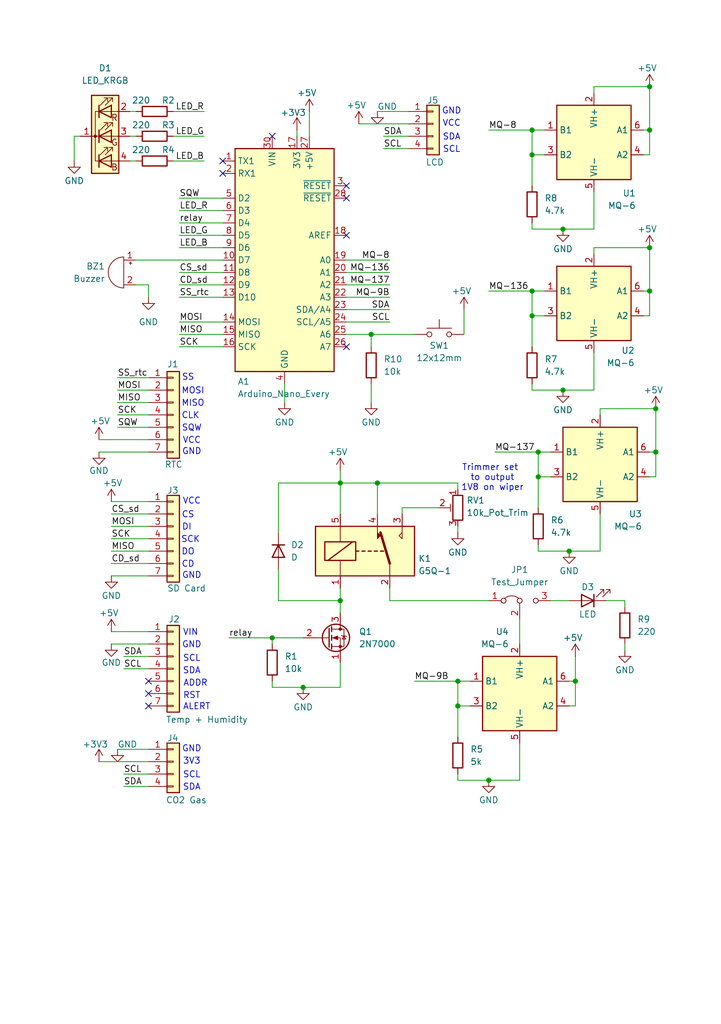
<source format=kicad_sch>
(kicad_sch (version 20231120) (generator "eeschema") (generator_version "8.0")
  (paper "A5" portrait)
  (title_block (title "Environmental Safety Logger") (date "2024-10-31") (rev "A") (company "FAST Research") (comment 1 "Cameron K. Brooks"))
  (lib_symbols
    (symbol "Connector_Generic:Conn_01x04" (pin_names (offset 1.016) hide)
      (property "Reference" "J" (at 0 5.08 0))
      (property "Value" "Conn_01x04" (at 0 -7.62 0))
      (symbol "Conn_01x04_1_1"
        (rectangle (start -1.27 -4.953) (end 0 -5.207) (stroke (width 0.1524)))
        (rectangle (start -1.27 -2.413) (end 0 -2.667) (stroke (width 0.1524)))
        (rectangle (start -1.27 0.127) (end 0 -0.127) (stroke (width 0.1524)))
        (rectangle (start -1.27 2.667) (end 0 2.413) (stroke (width 0.1524)))
        (rectangle (start -1.27 3.81) (end 1.27 -6.35) (stroke (width 0.254)) (fill (type background)))
        (pin passive line (at -5.08 2.54 0) (length 3.81) (name "Pin_1") (number "1"))
        (pin passive line (at -5.08 0 0) (length 3.81) (name "Pin_2") (number "2"))
        (pin passive line (at -5.08 -2.54 0) (length 3.81) (name "Pin_3") (number "3"))
        (pin passive line (at -5.08 -5.08 0) (length 3.81) (name "Pin_4") (number "4"))
      )
    )
    (symbol "Connector_Generic:Conn_01x07" (pin_names (offset 1.016) hide)
      (property "Reference" "J" (at 0 10.16 0))
      (property "Value" "Conn_01x07" (at 0 -10.16 0))
      (symbol "Conn_01x07_1_1"
        (rectangle (start -1.27 -7.493) (end 0 -7.747) (stroke (width 0.1524)))
        (rectangle (start -1.27 -4.953) (end 0 -5.207) (stroke (width 0.1524)))
        (rectangle (start -1.27 -2.413) (end 0 -2.667) (stroke (width 0.1524)))
        (rectangle (start -1.27 0.127) (end 0 -0.127) (stroke (width 0.1524)))
        (rectangle (start -1.27 2.667) (end 0 2.413) (stroke (width 0.1524)))
        (rectangle (start -1.27 5.207) (end 0 4.953) (stroke (width 0.1524)))
        (rectangle (start -1.27 7.747) (end 0 7.493) (stroke (width 0.1524)))
        (rectangle (start -1.27 8.89) (end 1.27 -8.89) (stroke (width 0.254)) (fill (type background)))
        (pin passive line (at -5.08 7.62 0) (length 3.81) (name "Pin_1") (number "1"))
        (pin passive line (at -5.08 5.08 0) (length 3.81) (name "Pin_2") (number "2"))
        (pin passive line (at -5.08 2.54 0) (length 3.81) (name "Pin_3") (number "3"))
        (pin passive line (at -5.08 0 0) (length 3.81) (name "Pin_4") (number "4"))
        (pin passive line (at -5.08 -2.54 0) (length 3.81) (name "Pin_5") (number "5"))
        (pin passive line (at -5.08 -5.08 0) (length 3.81) (name "Pin_6") (number "6"))
        (pin passive line (at -5.08 -7.62 0) (length 3.81) (name "Pin_7") (number "7"))
      )
    )
    (symbol "Device:Buzzer" (pin_names (offset 0.0254) hide)
      (property "Reference" "BZ" (at 3.81 1.27 0))
      (property "Value" "Buzzer" (at 3.81 -1.27 0))
      (symbol "Buzzer_0_1"
        (arc (start 0 -3.175) (mid 3.1612 0) (end 0 3.175))
        (polyline (pts (xy -1.651 1.905) (xy -1.143 1.905)))
        (polyline (pts (xy -1.397 2.159) (xy -1.397 1.651)))
        (polyline (pts (xy 0 3.175) (xy 0 -3.175)))
      )
      (symbol "Buzzer_1_1"
        (pin passive line (at -2.54 2.54 0) (length 2.54) (name "+") (number "1"))
        (pin passive line (at -2.54 -2.54 0) (length 2.54) (name "-") (number "2"))
      )
    )
    (symbol "Device:D" (pin_numbers hide) (pin_names (offset 1.016) hide)
      (property "Reference" "D" (at 0 2.54 0))
      (property "Value" "D" (at 0 -2.54 0))
      (symbol "D_0_1"
        (polyline (pts (xy -1.27 1.27) (xy -1.27 -1.27)) (stroke (width 0.254)))
        (polyline (pts (xy 1.27 0) (xy -1.27 0)))
        (polyline (pts (xy 1.27 1.27) (xy 1.27 -1.27) (xy -1.27 0) (xy 1.27 1.27)) (stroke (width 0.254)))
      )
      (symbol "D_1_1"
        (pin passive line (at -3.81 0 0) (length 2.54) (name "K") (number "1"))
        (pin passive line (at 3.81 0 180) (length 2.54) (name "A") (number "2"))
      )
    )
    (symbol "Device:LED" (pin_numbers hide) (pin_names (offset 1.016) hide)
      (property "Reference" "D" (at 0 2.54 0))
      (property "Value" "LED" (at 0 -2.54 0))
      (symbol "LED_0_1"
        (polyline (pts (xy -1.27 -1.27) (xy -1.27 1.27)) (stroke (width 0.254)))
        (polyline (pts (xy -1.27 0) (xy 1.27 0)))
        (polyline (pts (xy 1.27 -1.27) (xy 1.27 1.27) (xy -1.27 0) (xy 1.27 -1.27)) (stroke (width 0.254)))
        (polyline (pts (xy -3.048 -0.762) (xy -4.572 -2.286) (xy -3.81 -2.286) (xy -4.572 -2.286) (xy -4.572 -1.524)))
        (polyline (pts (xy -1.778 -0.762) (xy -3.302 -2.286) (xy -2.54 -2.286) (xy -3.302 -2.286) (xy -3.302 -1.524)))
      )
      (symbol "LED_1_1"
        (pin passive line (at -3.81 0 0) (length 2.54) (name "K") (number "1"))
        (pin passive line (at 3.81 0 180) (length 2.54) (name "A") (number "2"))
      )
    )
    (symbol "Device:LED_KRGB" (pin_names (offset 0) hide)
      (property "Reference" "D" (at 0 9.398 0))
      (property "Value" "LED_KRGB" (at 0 -8.89 0))
      (symbol "LED_KRGB_0_0"
        (text "B" (at 1.905 -6.35 0) (effects (font (size 1.27 1.27))))
        (text "G" (at 1.905 -1.27 0) (effects (font (size 1.27 1.27))))
        (text "R" (at 1.905 3.81 0) (effects (font (size 1.27 1.27))))
      )
      (symbol "LED_KRGB_0_1"
        (circle (center -2.032 0) (radius 0.254) (fill (type outline)))
        (polyline (pts (xy -1.27 -5.08) (xy 1.27 -5.08)))
        (polyline (pts (xy -1.27 -3.81) (xy -1.27 -6.35)) (stroke (width 0.254)))
        (polyline (pts (xy -1.27 0) (xy -2.54 0)))
        (polyline (pts (xy -1.27 1.27) (xy -1.27 -1.27)) (stroke (width 0.254)))
        (polyline (pts (xy -1.27 5.08) (xy 1.27 5.08)))
        (polyline (pts (xy -1.27 6.35) (xy -1.27 3.81)) (stroke (width 0.254)))
        (polyline (pts (xy 1.27 -5.08) (xy 2.54 -5.08)))
        (polyline (pts (xy 1.27 0) (xy -1.27 0)))
        (polyline (pts (xy 1.27 0) (xy 2.54 0)))
        (polyline (pts (xy 1.27 5.08) (xy 2.54 5.08)))
        (polyline (pts (xy -1.27 1.27) (xy -1.27 -1.27) (xy -1.27 -1.27)))
        (polyline (pts (xy -1.27 6.35) (xy -1.27 3.81) (xy -1.27 3.81)))
        (polyline (pts (xy -1.27 5.08) (xy -2.032 5.08) (xy -2.032 -5.08) (xy -1.016 -5.08)))
        (polyline (pts (xy 1.27 -3.81) (xy 1.27 -6.35) (xy -1.27 -5.08) (xy 1.27 -3.81)) (stroke (width 0.254)))
        (polyline (pts (xy 1.27 1.27) (xy 1.27 -1.27) (xy -1.27 0) (xy 1.27 1.27)) (stroke (width 0.254)))
        (polyline (pts (xy 1.27 6.35) (xy 1.27 3.81) (xy -1.27 5.08) (xy 1.27 6.35)) (stroke (width 0.254)))
        (polyline (pts (xy -1.016 -3.81) (xy 0.508 -2.286) (xy -0.254 -2.286) (xy 0.508 -2.286) (xy 0.508 -3.048)))
        (polyline (pts (xy -1.016 1.27) (xy 0.508 2.794) (xy -0.254 2.794) (xy 0.508 2.794) (xy 0.508 2.032)))
        (polyline (pts (xy -1.016 6.35) (xy 0.508 7.874) (xy -0.254 7.874) (xy 0.508 7.874) (xy 0.508 7.112)))
        (polyline (pts (xy 0 -3.81) (xy 1.524 -2.286) (xy 0.762 -2.286) (xy 1.524 -2.286) (xy 1.524 -3.048)))
        (polyline (pts (xy 0 1.27) (xy 1.524 2.794) (xy 0.762 2.794) (xy 1.524 2.794) (xy 1.524 2.032)))
        (polyline (pts (xy 0 6.35) (xy 1.524 7.874) (xy 0.762 7.874) (xy 1.524 7.874) (xy 1.524 7.112)))
        (rectangle (start 1.27 -1.27) (end 1.27 1.27))
        (rectangle (start 1.27 1.27) (end 1.27 1.27))
        (rectangle (start 1.27 3.81) (end 1.27 6.35))
        (rectangle (start 1.27 6.35) (end 1.27 6.35))
        (rectangle (start 2.794 8.382) (end -2.794 -7.62) (stroke (width 0.254)) (fill (type background)))
      )
      (symbol "LED_KRGB_1_1"
        (pin passive line (at -5.08 0 0) (length 2.54) (name "K") (number "1"))
        (pin passive line (at 5.08 5.08 180) (length 2.54) (name "RA") (number "2"))
        (pin passive line (at 5.08 0 180) (length 2.54) (name "GA") (number "3"))
        (pin passive line (at 5.08 -5.08 180) (length 2.54) (name "BA") (number "4"))
      )
    )
    (symbol "Device:R" (pin_numbers hide) (pin_names (offset 0))
      (property "Reference" "R" (at 2.032 0 90))
      (property "Value" "R" (at 0 0 90))
      (symbol "R_0_1"
        (rectangle (start -1.016 -2.54) (end 1.016 2.54) (stroke (width 0.254)))
      )
      (symbol "R_1_1"
        (pin passive line (at 0 3.81 270) (length 1.27) (name "~") (number "1"))
        (pin passive line (at 0 -3.81 90) (length 1.27) (name "~") (number "2"))
      )
    )
    (symbol "Device:R_Potentiometer_Trim" (pin_names (offset 1.016) hide)
      (property "Reference" "RV" (at -4.445 0 90))
      (property "Value" "R_Potentiometer_Trim" (at -2.54 0 90))
      (symbol "R_Potentiometer_Trim_0_1"
        (polyline (pts (xy 1.524 0.762) (xy 1.524 -0.762)))
        (polyline (pts (xy 2.54 0) (xy 1.524 0)))
        (rectangle (start 1.016 2.54) (end -1.016 -2.54) (stroke (width 0.254)))
      )
      (symbol "R_Potentiometer_Trim_1_1"
        (pin passive line (at 0 3.81 270) (length 1.27) (name "1") (number "1"))
        (pin passive line (at 3.81 0 180) (length 1.27) (name "2") (number "2"))
        (pin passive line (at 0 -3.81 90) (length 1.27) (name "3") (number "3"))
      )
    )
    (symbol "Jumper:Jumper_3_Bridged12" (pin_names (offset 0) hide) (exclude_from_sim yes) (in_bom no)
      (property "Reference" "JP" (at -2.54 -2.54 0))
      (property "Value" "Jumper_3_Bridged12" (at 0 2.794 0))
      (symbol "Jumper_3_Bridged12_0_0"
        (circle (center -3.302 0) (radius 0.508))
        (circle (center 0 0) (radius 0.508))
        (circle (center 3.302 0) (radius 0.508))
      )
      (symbol "Jumper_3_Bridged12_0_1"
        (arc (start -0.254 0.508) (mid -1.651 0.9912) (end -3.048 0.508))
        (polyline (pts (xy 0 -1.27) (xy 0 -0.508)))
      )
      (symbol "Jumper_3_Bridged12_1_1"
        (pin passive line (at -6.35 0 0) (length 2.54) (name "A") (number "1"))
        (pin passive line (at 0 -3.81 90) (length 2.54) (name "C") (number "2"))
        (pin passive line (at 6.35 0 180) (length 2.54) (name "B") (number "3"))
      )
    )
    (symbol "MCU_Module:Arduino_Nano_Every"
      (property "Reference" "A" (at -10.16 23.495 0))
      (property "Value" "Arduino_Nano_Every" (at 5.08 -24.13 0))
      (symbol "Arduino_Nano_Every_0_1"
        (rectangle (start -10.16 22.86) (end 10.16 -22.86) (stroke (width 0.254)) (fill (type background)))
      )
      (symbol "Arduino_Nano_Every_1_1"
        (pin bidirectional line (at -12.7 20.32 0) (length 2.54) (name "TX1") (number "1"))
        (pin bidirectional line (at -12.7 0 0) (length 2.54) (name "D7") (number "10"))
        (pin bidirectional line (at -12.7 -2.54 0) (length 2.54) (name "D8") (number "11"))
        (pin bidirectional line (at -12.7 -5.08 0) (length 2.54) (name "D9") (number "12"))
        (pin bidirectional line (at -12.7 -7.62 0) (length 2.54) (name "D10") (number "13"))
        (pin bidirectional line (at -12.7 -12.7 0) (length 2.54) (name "MOSI") (number "14"))
        (pin bidirectional line (at -12.7 -15.24 0) (length 2.54) (name "MISO") (number "15"))
        (pin bidirectional line (at -12.7 -17.78 0) (length 2.54) (name "SCK") (number "16"))
        (pin power_out line (at 2.54 25.4 270) (length 2.54) (name "3V3") (number "17"))
        (pin input line (at 12.7 5.08 180) (length 2.54) (name "AREF") (number "18"))
        (pin bidirectional line (at 12.7 0 180) (length 2.54) (name "A0") (number "19"))
        (pin bidirectional line (at -12.7 17.78 0) (length 2.54) (name "RX1") (number "2"))
        (pin bidirectional line (at 12.7 -2.54 180) (length 2.54) (name "A1") (number "20"))
        (pin bidirectional line (at 12.7 -5.08 180) (length 2.54) (name "A2") (number "21"))
        (pin bidirectional line (at 12.7 -7.62 180) (length 2.54) (name "A3") (number "22"))
        (pin bidirectional line (at 12.7 -10.16 180) (length 2.54) (name "SDA/A4") (number "23"))
        (pin bidirectional line (at 12.7 -12.7 180) (length 2.54) (name "SCL/A5") (number "24"))
        (pin bidirectional line (at 12.7 -15.24 180) (length 2.54) (name "A6") (number "25"))
        (pin bidirectional line (at 12.7 -17.78 180) (length 2.54) (name "A7") (number "26"))
        (pin power_out line (at 5.08 25.4 270) (length 2.54) (name "+5V") (number "27"))
        (pin input line (at 12.7 12.7 180) (length 2.54) (name "~{RESET}") (number "28"))
        (pin passive line (at 0 -25.4 90) (length 2.54) hide (name "GND") (number "29"))
        (pin input line (at 12.7 15.24 180) (length 2.54) (name "~{RESET}") (number "3"))
        (pin power_in line (at -2.54 25.4 270) (length 2.54) (name "VIN") (number "30"))
        (pin power_in line (at 0 -25.4 90) (length 2.54) (name "GND") (number "4"))
        (pin bidirectional line (at -12.7 12.7 0) (length 2.54) (name "D2") (number "5"))
        (pin bidirectional line (at -12.7 10.16 0) (length 2.54) (name "D3") (number "6"))
        (pin bidirectional line (at -12.7 7.62 0) (length 2.54) (name "D4") (number "7"))
        (pin bidirectional line (at -12.7 5.08 0) (length 2.54) (name "D5") (number "8"))
        (pin bidirectional line (at -12.7 2.54 0) (length 2.54) (name "D6") (number "9"))
      )
    )
    (symbol "Relay:G5Q-1"
      (property "Reference" "K" (at 11.43 3.81 0))
      (property "Value" "G5Q-1" (at 11.43 1.27 0))
      (symbol "G5Q-1_0_0"
        (polyline (pts (xy 7.62 5.08) (xy 7.62 2.54) (xy 6.985 3.175) (xy 7.62 3.81)))
      )
      (symbol "G5Q-1_0_1"
        (rectangle (start -10.16 5.08) (end 10.16 -5.08) (stroke (width 0.254)) (fill (type background)))
        (rectangle (start -8.255 1.905) (end -1.905 -1.905) (stroke (width 0.254)))
        (polyline (pts (xy -7.62 -1.905) (xy -2.54 1.905)) (stroke (width 0.254)))
        (polyline (pts (xy -5.08 -5.08) (xy -5.08 -1.905)))
        (polyline (pts (xy -5.08 5.08) (xy -5.08 1.905)))
        (polyline (pts (xy -1.905 0) (xy -1.27 0)) (stroke (width 0.254)))
        (polyline (pts (xy -0.635 0) (xy 0 0)) (stroke (width 0.254)))
        (polyline (pts (xy 0.635 0) (xy 1.27 0)) (stroke (width 0.254)))
        (polyline (pts (xy 1.905 0) (xy 2.54 0)) (stroke (width 0.254)))
        (polyline (pts (xy 3.175 0) (xy 3.81 0)) (stroke (width 0.254)))
        (polyline (pts (xy 5.08 -2.54) (xy 3.175 3.81)) (stroke (width 0.508)))
        (polyline (pts (xy 5.08 -2.54) (xy 5.08 -5.08)))
        (polyline (pts (xy 2.54 5.08) (xy 2.54 2.54) (xy 3.175 3.175) (xy 2.54 3.81)) (fill (type outline)))
      )
      (symbol "G5Q-1_1_1"
        (pin passive line (at -5.08 -7.62 90) (length 2.54) (name "~") (number "1"))
        (pin passive line (at 5.08 -7.62 90) (length 2.54) (name "~") (number "2"))
        (pin passive line (at 7.62 7.62 270) (length 2.54) (name "~") (number "3"))
        (pin passive line (at 2.54 7.62 270) (length 2.54) (name "~") (number "4"))
        (pin passive line (at -5.08 7.62 270) (length 2.54) (name "~") (number "5"))
      )
    )
    (symbol "Sensor_Gas:MQ-6"
      (property "Reference" "U" (at -6.35 8.89 0))
      (property "Value" "MQ-6" (at 3.81 8.89 0))
      (symbol "MQ-6_0_1"
        (rectangle (start -7.62 7.62) (end 7.62 -7.62) (stroke (width 0.254)) (fill (type background)))
      )
      (symbol "MQ-6_1_1"
        (pin passive line (at 10.16 2.54 180) (length 2.54) (name "B1") (number "1"))
        (pin power_in line (at 0 10.16 270) (length 2.54) (name "VH+") (number "2"))
        (pin passive line (at 10.16 -2.54 180) (length 2.54) (name "B2") (number "3"))
        (pin passive line (at -10.16 -2.54 0) (length 2.54) (name "A2") (number "4"))
        (pin power_in line (at 0 -10.16 90) (length 2.54) (name "VH-") (number "5"))
        (pin passive line (at -10.16 2.54 0) (length 2.54) (name "A1") (number "6"))
      )
    )
    (symbol "SparkFun-Switch:SPST_Push_SMD_12x12mm_h8.5mm" (pin_numbers hide) (pin_names (offset 0) hide)
      (property "Reference" "SW" (at 0 5.08 0))
      (property "Value" "SMD_12x12mm_h8.5mm" (at 0 -2.54 0))
      (symbol "SPST_Push_SMD_12x12mm_h8.5mm_0_1"
        (circle (center -2.032 0) (radius 0.508))
        (polyline (pts (xy 0 1.27) (xy 0 3.048)))
        (polyline (pts (xy 2.54 1.27) (xy -2.54 1.27)))
        (circle (center 2.032 0) (radius 0.508))
      )
      (symbol "SPST_Push_SMD_12x12mm_h8.5mm_1_1"
        (pin passive line (at -5.08 0 0) (length 2.54) (name "1") (number "1"))
        (pin passive line (at 5.08 0 180) (length 2.54) (name "2") (number "2"))
      )
    )
    (symbol "Transistor_FET:2N7000" (pin_names hide)
      (property "Reference" "Q" (at 5.08 1.905 0))
      (property "Value" "2N7000" (at 5.08 0 0))
      (symbol "2N7000_0_1"
        (polyline (pts (xy 0.254 0) (xy -2.54 0)))
        (polyline (pts (xy 0.254 1.905) (xy 0.254 -1.905)) (stroke (width 0.254)))
        (polyline (pts (xy 0.762 -1.27) (xy 0.762 -2.286)) (stroke (width 0.254)))
        (polyline (pts (xy 0.762 0.508) (xy 0.762 -0.508)) (stroke (width 0.254)))
        (polyline (pts (xy 0.762 2.286) (xy 0.762 1.27)) (stroke (width 0.254)))
        (polyline (pts (xy 2.54 2.54) (xy 2.54 1.778)))
        (polyline (pts (xy 2.54 -2.54) (xy 2.54 0) (xy 0.762 0)))
        (polyline (pts (xy 0.762 -1.778) (xy 3.302 -1.778) (xy 3.302 1.778) (xy 0.762 1.778)))
        (polyline (pts (xy 1.016 0) (xy 2.032 0.381) (xy 2.032 -0.381) (xy 1.016 0)) (fill (type outline)))
        (polyline (pts (xy 2.794 0.508) (xy 2.921 0.381) (xy 3.683 0.381) (xy 3.81 0.254)))
        (polyline (pts (xy 3.302 0.381) (xy 2.921 -0.254) (xy 3.683 -0.254) (xy 3.302 0.381)))
        (circle (center 1.651 0) (radius 2.794) (stroke (width 0.254)))
        (circle (center 2.54 -1.778) (radius 0.254) (fill (type outline)))
        (circle (center 2.54 1.778) (radius 0.254) (fill (type outline)))
      )
      (symbol "2N7000_1_1"
        (pin passive line (at 2.54 -5.08 90) (length 2.54) (name "S") (number "1"))
        (pin input line (at -5.08 0 0) (length 2.54) (name "G") (number "2"))
        (pin passive line (at 2.54 5.08 270) (length 2.54) (name "D") (number "3"))
      )
    )
    (symbol "power:+3V3" (power) (pin_numbers hide) (pin_names (offset 0) hide)
      (property "Value" "+3V3" (at 0 3.556 0))
      (symbol "+3V3_0_1"
        (polyline (pts (xy -0.762 1.27) (xy 0 2.54)))
        (polyline (pts (xy 0 0) (xy 0 2.54)))
        (polyline (pts (xy 0 2.54) (xy 0.762 1.27)))
      )
      (symbol "+3V3_1_1"
        (pin power_in line (at 0 0 90) (length 0) (name "~") (number "1"))
      )
    )
    (symbol "power:+5V" (power) (pin_numbers hide) (pin_names (offset 0) hide)
      (property "Value" "+5V" (at 0 3.556 0))
      (symbol "+5V_0_1"
        (polyline (pts (xy -0.762 1.27) (xy 0 2.54)))
        (polyline (pts (xy 0 0) (xy 0 2.54)))
        (polyline (pts (xy 0 2.54) (xy 0.762 1.27)))
      )
      (symbol "+5V_1_1"
        (pin power_in line (at 0 0 90) (length 0) (name "~") (number "1"))
      )
    )
    (symbol "power:GND" (power) (pin_numbers hide) (pin_names (offset 0) hide)
      (property "Value" "GND" (at 0 -3.81 0))
      (symbol "GND_0_1"
        (polyline (pts (xy 0 0) (xy 0 -1.27) (xy 1.27 -1.27) (xy 0 -2.54) (xy -1.27 -1.27) (xy 0 -1.27)))
      )
      (symbol "GND_1_1"
        (pin power_in line (at 0 0 270) (length 0) (name "~") (number "1"))
      )
    )
  )
  (junction (at 109.22 26.67))
  (junction (at 133.35 50.8))
  (junction (at 93.98 144.78))
  (junction (at 118.11 139.7))
  (junction (at 110.49 97.79))
  (junction (at 133.35 26.67))
  (junction (at 109.22 59.69))
  (junction (at 134.62 83.82))
  (junction (at 77.47 99.06))
  (junction (at 76.2 68.58))
  (junction (at 100.33 160.02))
  (junction (at 93.98 139.7))
  (junction (at 109.22 31.75))
  (junction (at 115.57 46.99))
  (junction (at 55.88 130.81))
  (junction (at 116.84 113.03))
  (junction (at 69.85 123.19))
  (junction (at 115.57 80.01))
  (junction (at 110.49 92.71))
  (junction (at 134.62 92.71))
  (junction (at 69.85 99.06))
  (junction (at 133.35 17.78))
  (junction (at 62.23 140.97))
  (junction (at 109.22 64.77))
  (junction (at 133.35 59.69))
  (no_connect (at 71.12 71.12))
  (no_connect (at 30.48 139.7))
  (no_connect (at 45.72 35.56))
  (no_connect (at 30.48 142.24))
  (no_connect (at 45.72 33.02))
  (no_connect (at 71.12 48.26))
  (no_connect (at 71.12 38.1))
  (no_connect (at 30.48 144.78))
  (no_connect (at 71.12 40.64))
  (no_connect (at 55.88 27.94))
  (wire (pts (xy 41.91 33.02) (xy 35.56 33.02)))
  (wire (pts (xy 76.2 68.58) (xy 85.09 68.58)))
  (wire (pts (xy 76.2 82.55) (xy 76.2 78.74)))
  (wire (pts (xy 118.11 139.7) (xy 118.11 134.62)))
  (wire (pts (xy 110.49 97.79) (xy 110.49 104.14)))
  (wire (pts (xy 41.91 27.94) (xy 35.56 27.94)))
  (wire (pts (xy 20.32 156.21) (xy 30.48 156.21)))
  (wire (pts (xy 110.49 113.03) (xy 110.49 111.76)))
  (wire (pts (xy 93.98 139.7) (xy 93.98 144.78)))
  (wire (pts (xy 121.92 17.78) (xy 133.35 17.78)))
  (wire (pts (xy 30.48 92.71) (xy 20.32 92.71)))
  (wire (pts (xy 55.88 139.7) (xy 55.88 140.97)))
  (wire (pts (xy 25.4 134.62) (xy 30.48 134.62)))
  (wire (pts (xy 109.22 45.72) (xy 109.22 46.99)))
  (wire (pts (xy 121.92 46.99) (xy 121.92 39.37)))
  (wire (pts (xy 30.48 58.42) (xy 27.94 58.42)))
  (wire (pts (xy 22.86 115.57) (xy 30.48 115.57)))
  (wire (pts (xy 133.35 92.71) (xy 134.62 92.71)))
  (wire (pts (xy 109.22 64.77) (xy 109.22 71.12)))
  (wire (pts (xy 24.13 85.09) (xy 30.48 85.09)))
  (wire (pts (xy 57.15 99.06) (xy 69.85 99.06)))
  (wire (pts (xy 123.19 85.09) (xy 123.19 83.82)))
  (wire (pts (xy 109.22 26.67) (xy 100.33 26.67)))
  (wire (pts (xy 25.4 161.29) (xy 30.48 161.29)))
  (wire (pts (xy 128.27 133.35) (xy 128.27 132.08)))
  (wire (pts (xy 27.94 53.34) (xy 45.72 53.34)))
  (wire (pts (xy 77.47 22.86) (xy 83.82 22.86)))
  (wire (pts (xy 116.84 113.03) (xy 123.19 113.03)))
  (wire (pts (xy 109.22 59.69) (xy 100.33 59.69)))
  (wire (pts (xy 109.22 80.01) (xy 109.22 78.74)))
  (wire (pts (xy 36.83 48.26) (xy 45.72 48.26)))
  (wire (pts (xy 93.98 160.02) (xy 100.33 160.02)))
  (wire (pts (xy 15.24 27.94) (xy 15.24 33.02)))
  (wire (pts (xy 109.22 31.75) (xy 111.76 31.75)))
  (wire (pts (xy 55.88 140.97) (xy 62.23 140.97)))
  (wire (pts (xy 24.13 80.01) (xy 30.48 80.01)))
  (wire (pts (xy 106.68 127) (xy 106.68 132.08)))
  (wire (pts (xy 22.86 129.54) (xy 30.48 129.54)))
  (wire (pts (xy 30.48 90.17) (xy 20.32 90.17)))
  (wire (pts (xy 133.35 97.79) (xy 134.62 97.79)))
  (wire (pts (xy 36.83 71.12) (xy 45.72 71.12)))
  (wire (pts (xy 57.15 116.84) (xy 57.15 123.19)))
  (wire (pts (xy 80.01 123.19) (xy 80.01 120.65)))
  (wire (pts (xy 121.92 19.05) (xy 121.92 17.78)))
  (wire (pts (xy 118.11 144.78) (xy 118.11 139.7)))
  (wire (pts (xy 111.76 59.69) (xy 109.22 59.69)))
  (wire (pts (xy 24.13 77.47) (xy 30.48 77.47)))
  (wire (pts (xy 30.48 102.87) (xy 22.86 102.87)))
  (wire (pts (xy 71.12 55.88) (xy 80.01 55.88)))
  (wire (pts (xy 69.85 123.19) (xy 69.85 125.73)))
  (wire (pts (xy 134.62 92.71) (xy 134.62 83.82)))
  (wire (pts (xy 71.12 63.5) (xy 80.01 63.5)))
  (wire (pts (xy 132.08 31.75) (xy 133.35 31.75)))
  (wire (pts (xy 115.57 80.01) (xy 121.92 80.01)))
  (wire (pts (xy 93.98 144.78) (xy 93.98 151.13)))
  (wire (pts (xy 69.85 99.06) (xy 69.85 105.41)))
  (wire (pts (xy 24.13 153.67) (xy 30.48 153.67)))
  (wire (pts (xy 111.76 26.67) (xy 109.22 26.67)))
  (wire (pts (xy 22.86 113.03) (xy 30.48 113.03)))
  (wire (pts (xy 36.83 43.18) (xy 45.72 43.18)))
  (wire (pts (xy 36.83 40.64) (xy 45.72 40.64)))
  (wire (pts (xy 93.98 160.02) (xy 93.98 158.75)))
  (wire (pts (xy 82.55 105.41) (xy 82.55 104.14)))
  (wire (pts (xy 69.85 120.65) (xy 69.85 123.19)))
  (wire (pts (xy 106.68 152.4) (xy 106.68 160.02)))
  (wire (pts (xy 93.98 144.78) (xy 96.52 144.78)))
  (wire (pts (xy 123.19 105.41) (xy 123.19 113.03)))
  (wire (pts (xy 110.49 97.79) (xy 113.03 97.79)))
  (wire (pts (xy 71.12 58.42) (xy 80.01 58.42)))
  (wire (pts (xy 26.67 33.02) (xy 27.94 33.02)))
  (wire (pts (xy 58.42 82.55) (xy 58.42 78.74)))
  (wire (pts (xy 100.33 160.02) (xy 106.68 160.02)))
  (wire (pts (xy 133.35 59.69) (xy 133.35 50.8)))
  (wire (pts (xy 77.47 99.06) (xy 77.47 105.41)))
  (wire (pts (xy 69.85 96.52) (xy 69.85 99.06)))
  (wire (pts (xy 132.08 26.67) (xy 133.35 26.67)))
  (wire (pts (xy 133.35 64.77) (xy 133.35 59.69)))
  (wire (pts (xy 73.66 25.4) (xy 83.82 25.4)))
  (wire (pts (xy 109.22 26.67) (xy 109.22 31.75)))
  (wire (pts (xy 22.86 132.08) (xy 30.48 132.08)))
  (wire (pts (xy 134.62 97.79) (xy 134.62 92.71)))
  (wire (pts (xy 36.83 60.96) (xy 45.72 60.96)))
  (wire (pts (xy 71.12 60.96) (xy 80.01 60.96)))
  (wire (pts (xy 82.55 104.14) (xy 90.17 104.14)))
  (wire (pts (xy 46.99 130.81) (xy 55.88 130.81)))
  (wire (pts (xy 24.13 82.55) (xy 30.48 82.55)))
  (wire (pts (xy 96.52 139.7) (xy 93.98 139.7)))
  (wire (pts (xy 71.12 53.34) (xy 80.01 53.34)))
  (wire (pts (xy 24.13 87.63) (xy 30.48 87.63)))
  (wire (pts (xy 113.03 123.19) (xy 116.84 123.19)))
  (wire (pts (xy 71.12 66.04) (xy 80.01 66.04)))
  (wire (pts (xy 78.74 30.48) (xy 83.82 30.48)))
  (wire (pts (xy 115.57 46.99) (xy 121.92 46.99)))
  (wire (pts (xy 93.98 139.7) (xy 85.09 139.7)))
  (wire (pts (xy 57.15 123.19) (xy 69.85 123.19)))
  (wire (pts (xy 26.67 27.94) (xy 27.94 27.94)))
  (wire (pts (xy 41.91 22.86) (xy 35.56 22.86)))
  (wire (pts (xy 133.35 31.75) (xy 133.35 26.67)))
  (wire (pts (xy 109.22 31.75) (xy 109.22 38.1)))
  (wire (pts (xy 71.12 68.58) (xy 76.2 68.58)))
  (wire (pts (xy 76.2 71.12) (xy 76.2 68.58)))
  (wire (pts (xy 55.88 132.08) (xy 55.88 130.81)))
  (wire (pts (xy 121.92 72.39) (xy 121.92 80.01)))
  (wire (pts (xy 69.85 140.97) (xy 69.85 135.89)))
  (wire (pts (xy 110.49 113.03) (xy 116.84 113.03)))
  (wire (pts (xy 36.83 50.8) (xy 45.72 50.8)))
  (wire (pts (xy 132.08 64.77) (xy 133.35 64.77)))
  (wire (pts (xy 36.83 66.04) (xy 45.72 66.04)))
  (wire (pts (xy 22.86 105.41) (xy 30.48 105.41)))
  (wire (pts (xy 36.83 45.72) (xy 45.72 45.72)))
  (wire (pts (xy 77.47 99.06) (xy 93.98 99.06)))
  (wire (pts (xy 69.85 140.97) (xy 62.23 140.97)))
  (wire (pts (xy 121.92 52.07) (xy 121.92 50.8)))
  (wire (pts (xy 109.22 46.99) (xy 115.57 46.99)))
  (wire (pts (xy 109.22 64.77) (xy 111.76 64.77)))
  (wire (pts (xy 36.83 68.58) (xy 45.72 68.58)))
  (wire (pts (xy 124.46 123.19) (xy 128.27 123.19)))
  (wire (pts (xy 116.84 139.7) (xy 118.11 139.7)))
  (wire (pts (xy 132.08 59.69) (xy 133.35 59.69)))
  (wire (pts (xy 110.49 92.71) (xy 101.6 92.71)))
  (wire (pts (xy 25.4 137.16) (xy 30.48 137.16)))
  (wire (pts (xy 36.83 55.88) (xy 45.72 55.88)))
  (wire (pts (xy 123.19 83.82) (xy 134.62 83.82)))
  (wire (pts (xy 93.98 109.22) (xy 93.98 107.95)))
  (wire (pts (xy 30.48 60.96) (xy 30.48 58.42)))
  (wire (pts (xy 63.5 22.86) (xy 63.5 27.94)))
  (wire (pts (xy 36.83 58.42) (xy 45.72 58.42)))
  (wire (pts (xy 16.51 27.94) (xy 15.24 27.94)))
  (wire (pts (xy 25.4 158.75) (xy 30.48 158.75)))
  (wire (pts (xy 55.88 130.81) (xy 62.23 130.81)))
  (wire (pts (xy 128.27 123.19) (xy 128.27 124.46)))
  (wire (pts (xy 69.85 99.06) (xy 77.47 99.06)))
  (wire (pts (xy 22.86 107.95) (xy 30.48 107.95)))
  (wire (pts (xy 109.22 59.69) (xy 109.22 64.77)))
  (wire (pts (xy 60.96 26.67) (xy 60.96 27.94)))
  (wire (pts (xy 109.22 80.01) (xy 115.57 80.01)))
  (wire (pts (xy 121.92 50.8) (xy 133.35 50.8)))
  (wire (pts (xy 80.01 123.19) (xy 100.33 123.19)))
  (wire (pts (xy 30.48 118.11) (xy 22.86 118.11)))
  (wire (pts (xy 93.98 99.06) (xy 93.98 100.33)))
  (wire (pts (xy 57.15 109.22) (xy 57.15 99.06)))
  (wire (pts (xy 133.35 26.67) (xy 133.35 17.78)))
  (wire (pts (xy 95.25 63.5) (xy 95.25 68.58)))
  (wire (pts (xy 26.67 22.86) (xy 27.94 22.86)))
  (wire (pts (xy 116.84 144.78) (xy 118.11 144.78)))
  (wire (pts (xy 113.03 92.71) (xy 110.49 92.71)))
  (wire (pts (xy 22.86 110.49) (xy 30.48 110.49)))
  (wire (pts (xy 78.74 27.94) (xy 83.82 27.94)))
  (wire (pts (xy 110.49 92.71) (xy 110.49 97.79)))
  (text "SQW" (at 39.37 87.884 0) (effects (font (size 1.27 1.27))))
  (text "VCC" (at 39.37 90.424 0) (effects (font (size 1.27 1.27))))
  (text "Trimmer set \nto output\n1V8 on wiper" (at 101.092 98.044 0) (effects (font (size 1.27 1.27))))
  (text "VCC" (at 92.71 25.4 0) (effects (font (size 1.27 1.27))))
  (text "VCC" (at 39.37 102.87 0) (effects (font (size 1.27 1.27))))
  (text "ADDR" (at 40.132 140.208 0) (effects (font (size 1.27 1.27))))
  (text "CLK" (at 39.116 85.344 0) (effects (font (size 1.27 1.27))))
  (text "GND" (at 39.37 153.67 0) (effects (font (size 1.27 1.27))))
  (text "VIN" (at 39.116 129.794 0) (effects (font (size 1.27 1.27))))
  (text "SDA" (at 92.71 28.194 0) (effects (font (size 1.27 1.27))))
  (text "SCL" (at 39.37 159.004 0) (effects (font (size 1.27 1.27))))
  (text "SCK" (at 39.116 110.744 0) (effects (font (size 1.27 1.27))))
  (text "RST" (at 39.37 142.748 0) (effects (font (size 1.27 1.27))))
  (text "MISO" (at 39.624 82.804 0) (effects (font (size 1.27 1.27))))
  (text "GND" (at 39.37 92.71 0) (effects (font (size 1.27 1.27))))
  (text "SDA" (at 39.37 137.668 0) (effects (font (size 1.27 1.27))))
  (text "GND" (at 39.37 132.334 0) (effects (font (size 1.27 1.27))))
  (text "CS" (at 38.608 105.664 0) (effects (font (size 1.27 1.27))))
  (text "MOSI" (at 39.624 80.264 0) (effects (font (size 1.27 1.27))))
  (text "ALERT" (at 40.386 145.034 0) (effects (font (size 1.27 1.27))))
  (text "DO" (at 38.608 113.284 0) (effects (font (size 1.27 1.27))))
  (text "SS" (at 38.608 77.47 0) (effects (font (size 1.27 1.27))))
  (text "SCL" (at 39.37 135.128 0) (effects (font (size 1.27 1.27))))
  (text "SDA" (at 39.37 161.544 0) (effects (font (size 1.27 1.27))))
  (text "3V3" (at 39.37 156.21 0) (effects (font (size 1.27 1.27))))
  (text "SCL" (at 92.71 30.734 0) (effects (font (size 1.27 1.27))))
  (text "GND" (at 39.37 118.11 0) (effects (font (size 1.27 1.27))))
  (text "DI" (at 38.354 108.204 0) (effects (font (size 1.27 1.27))))
  (text "CD" (at 38.608 115.824 0) (effects (font (size 1.27 1.27))))
  (text "GND" (at 92.71 22.86 0) (effects (font (size 1.27 1.27))))
  (label "CS_sd" (at 22.86 105.41 0))
  (label "MQ-137" (at 101.6 92.71 0))
  (label "MQ-8" (at 100.33 26.67 0))
  (label "CD_sd" (at 36.83 58.42 0))
  (label "LED_G" (at 41.91 27.94 180))
  (label "MOSI" (at 24.13 80.01 0))
  (label "LED_R" (at 41.91 22.86 180))
  (label "SCL" (at 80.01 66.04 180))
  (label "SCL" (at 25.4 158.75 0))
  (label "MQ-9B" (at 85.09 139.7 0))
  (label "SCL" (at 78.74 30.48 0))
  (label "SCK" (at 22.86 110.49 0))
  (label "relay" (at 46.99 130.81 0))
  (label "MISO" (at 22.86 113.03 0))
  (label "MQ-136" (at 100.33 59.69 0))
  (label "MISO" (at 24.13 82.55 0))
  (label "MQ-136" (at 80.01 55.88 180))
  (label "LED_B" (at 36.83 50.8 0))
  (label "SS_rtc" (at 36.83 60.96 0))
  (label "SDA" (at 25.4 161.29 0))
  (label "CD_sd" (at 22.86 115.57 0))
  (label "LED_R" (at 36.83 43.18 0))
  (label "SDA" (at 80.01 63.5 180))
  (label "MQ-137" (at 80.01 58.42 180))
  (label "SDA" (at 78.74 27.94 0))
  (label "SQW" (at 36.83 40.64 0))
  (label "LED_B" (at 41.91 33.02 180))
  (label "SCK" (at 24.13 85.09 0))
  (label "MOSI" (at 36.83 66.04 0))
  (label "MQ-8" (at 80.01 53.34 180))
  (label "LED_G" (at 36.83 48.26 0))
  (label "SDA" (at 25.4 134.62 0))
  (label "relay" (at 36.83 45.72 0))
  (label "SS_rtc" (at 24.13 77.47 0))
  (label "CS_sd" (at 36.83 55.88 0))
  (label "SCK" (at 36.83 71.12 0))
  (label "SQW" (at 24.13 87.63 0))
  (label "SCL" (at 25.4 137.16 0))
  (label "MQ-9B" (at 80.01 60.96 180))
  (label "MOSI" (at 22.86 107.95 0))
  (label "MISO" (at 36.83 68.58 0))
  (symbol (lib_id "power:GND") (at 20.32 92.71 0) (mirror y) (unit 1)
    (property "Reference" "#PWR07" (effects (hide yes)))
    (property "Value" "GND" (at 20.32 96.52 0))
    (property "Description" "Power symbol creates a global label with name \"GND\" , ground" (effects (hide yes)))
  )
  (symbol (lib_id "power:GND") (at 115.57 46.99 0) (unit 1)
    (property "Reference" "#PWR024" (effects (hide yes)))
    (property "Value" "GND" (at 115.57 51.054 0))
    (property "Description" "Power symbol creates a global label with name \"GND\" , ground" (effects (hide yes)))
  )
  (symbol (lib_id "Sensor_Gas:MQ-6") (at 121.92 62.23 0) (mirror y) (unit 1)
    (property "Reference" "U2" (at 130.302 71.882 0) (effects (justify left)))
    (property "Value" "MQ-6" (at 130.302 74.422 0) (effects (justify left)))
    (property "Footprint" "Sensor:MQ-6" (effects (hide yes)))
    (property "Datasheet" "https://www.winsen-sensor.com/d/files/semiconductor/mq-6.pdf" (effects (hide yes)))
    (property "Description" "Semiconductor Sensor for Flammable Gas" (effects (hide yes)))
  )
  (symbol (lib_id "power:+3V3") (at 60.96 26.67 0) (unit 1)
    (property "Reference" "#PWR08" (effects (hide yes)))
    (property "Value" "+3V3" (at 60.198 23.114 0))
    (property "Description" "Power symbol creates a global label with name \"+3V3\"" (effects (hide yes)))
  )
  (symbol (lib_id "power:+3V3") (at 20.32 156.21 0) (unit 1)
    (property "Reference" "#PWR09" (effects (hide yes)))
    (property "Value" "+3V3" (at 19.558 152.654 0))
    (property "Description" "Power symbol creates a global label with name \"+3V3\"" (effects (hide yes)))
  )
  (symbol (lib_id "power:GND") (at 15.24 33.02 0) (mirror y) (unit 1)
    (property "Reference" "#PWR013" (effects (hide yes)))
    (property "Value" "GND" (at 15.24 37.084 0))
    (property "Description" "Power symbol creates a global label with name \"GND\" , ground" (effects (hide yes)))
  )
  (symbol (lib_id "power:GND") (at 100.33 160.02 0) (unit 1)
    (property "Reference" "#PWR022" (effects (hide yes)))
    (property "Value" "GND" (at 100.33 164.084 0))
    (property "Description" "Power symbol creates a global label with name \"GND\" , ground" (effects (hide yes)))
  )
  (symbol (lib_id "Device:R_Potentiometer_Trim") (at 93.98 104.14 0) (mirror y) (unit 1)
    (property "Reference" "RV1" (at 95.758 102.616 0) (effects (justify right)))
    (property "Value" "10k_Pot_Trim" (at 95.758 105.156 0) (effects (justify right)))
    (property "Description" "Trim-potentiometer" (effects (hide yes)))
  )
  (symbol (lib_id "power:GND") (at 93.98 109.22 0) (unit 1)
    (property "Reference" "#PWR015" (effects (hide yes)))
    (property "Value" "GND" (at 93.98 113.284 0))
    (property "Description" "Power symbol creates a global label with name \"GND\" , ground" (effects (hide yes)))
  )
  (symbol (lib_id "power:GND") (at 115.57 80.01 0) (unit 1)
    (property "Reference" "#PWR023" (effects (hide yes)))
    (property "Value" "GND" (at 115.57 84.074 0))
    (property "Description" "Power symbol creates a global label with name \"GND\" , ground" (effects (hide yes)))
  )
  (symbol (lib_id "SparkFun-Switch:SPST_Push_SMD_12x12mm_h8.5mm") (at 90.17 68.58 0) (unit 1)
    (property "Reference" "SW1" (at 90.17 70.866 0))
    (property "Value" "12x12mm" (at 90.17 73.406 0))
    (property "Footprint" "SparkFun-Switch:Push_SMD_12x12mm" (effects (hide yes)))
    (property "Datasheet" "https://cdn.sparkfun.com/datasheets/Components/Switches/N301102.pdf" (effects (hide yes)))
    (property "Description" "Single Pole Single Throw (SPST) switch" (effects (hide yes)))
    (property "PROD_ID" "SWCH-11967" (effects (hide yes)))
    (property "Mfg Part#" "EG4904TR-ND" (effects (hide yes)))
  )
  (symbol (lib_id "Device:R") (at 110.49 107.95 0) (unit 1)
    (property "Reference" "R6" (at 113.03 106.6799 0) (effects (justify left)))
    (property "Value" "4.7k" (at 113.03 109.2199 0) (effects (justify left)))
    (property "Description" "Resistor" (effects (hide yes)))
  )
  (symbol (lib_id "power:+5V") (at 134.62 83.82 0) (unit 1)
    (property "Reference" "#PWR020" (effects (hide yes)))
    (property "Value" "+5V" (at 134.112 80.01 0))
    (property "Description" "Power symbol creates a global label with name \"+5V\"" (effects (hide yes)))
  )
  (symbol (lib_id "Connector_Generic:Conn_01x04") (at 88.9 25.4 0) (unit 1)
    (property "Reference" "J5" (at 87.63 20.574 0) (effects (justify left)))
    (property "Value" "LCD" (at 87.376 33.274 0) (effects (justify left)))
    (property "Description" "Generic connector, single row, 01x04, script generated (kicad-library-utils/schlib/autogen/connector/)" (effects (hide yes)))
  )
  (symbol (lib_id "power:+5V") (at 133.35 17.78 0) (unit 1)
    (property "Reference" "#PWR018" (effects (hide yes)))
    (property "Value" "+5V" (at 132.842 13.97 0))
    (property "Description" "Power symbol creates a global label with name \"+5V\"" (effects (hide yes)))
  )
  (symbol (lib_id "power:+5V") (at 22.86 102.87 0) (unit 1)
    (property "Reference" "#PWR04" (effects (hide yes)))
    (property "Value" "+5V" (at 23.114 99.06 0))
    (property "Description" "Power symbol creates a global label with name \"+5V\"" (effects (hide yes)))
  )
  (symbol (lib_id "Device:R") (at 31.75 33.02 270) (mirror x) (unit 1)
    (property "Reference" "R4" (at 34.544 30.734 90))
    (property "Value" "220" (at 28.956 30.734 90))
    (property "Description" "Resistor" (effects (hide yes)))
  )
  (symbol (lib_id "Sensor_Gas:MQ-6") (at 106.68 142.24 0) (mirror y) (unit 1)
    (property "Reference" "U4" (at 104.4859 129.54 0) (effects (justify left)))
    (property "Value" "MQ-6" (at 104.4859 132.08 0) (effects (justify left)))
    (property "Footprint" "Sensor:MQ-6" (effects (hide yes)))
    (property "Datasheet" "https://www.winsen-sensor.com/d/files/semiconductor/mq-6.pdf" (effects (hide yes)))
    (property "Description" "Semiconductor Sensor for Flammable Gas" (effects (hide yes)))
  )
  (symbol (lib_id "Connector_Generic:Conn_01x07") (at 35.56 137.16 0) (unit 1)
    (property "Reference" "J2" (at 34.544 127 0) (effects (justify left)))
    (property "Value" "Temp + Humidity" (at 34.036 147.574 0) (effects (justify left)))
    (property "Description" "Generic connector, single row, 01x07, script generated (kicad-library-utils/schlib/autogen/connector/)" (effects (hide yes)))
  )
  (symbol (lib_id "Device:R") (at 128.27 128.27 0) (unit 1)
    (property "Reference" "R9" (at 130.81 126.9999 0) (effects (justify left)))
    (property "Value" "220" (at 130.81 129.5399 0) (effects (justify left)))
    (property "Description" "Resistor" (effects (hide yes)))
  )
  (symbol (lib_id "power:GND") (at 58.42 82.55 0) (unit 1)
    (property "Reference" "#PWR02" (effects (hide yes)))
    (property "Value" "GND" (at 58.42 86.614 0))
    (property "Description" "Power symbol creates a global label with name \"GND\" , ground" (effects (hide yes)))
  )
  (symbol (lib_id "Relay:G5Q-1") (at 74.93 113.03 0) (unit 1)
    (property "Reference" "K1" (at 85.852 114.554 0) (effects (justify left)))
    (property "Value" "G5Q-1" (at 85.852 117.094 0) (effects (justify left)))
    (property "Footprint" "Relay_THT:Relay_SPDT_Omron-G5Q-1" (effects (hide yes)))
    (property "Datasheet" "https://www.omron.com/ecb/products/pdf/en-g5q.pdf" (effects (hide yes)))
    (property "Description" "Omron G5G relay, Miniature Single Pole, SPDT, 10A" (effects (hide yes)))
  )
  (symbol (lib_id "Device:R") (at 109.22 74.93 0) (unit 1)
    (property "Reference" "R7" (at 111.76 73.6599 0) (effects (justify left)))
    (property "Value" "4.7k" (at 111.76 76.1999 0) (effects (justify left)))
    (property "Description" "Resistor" (effects (hide yes)))
  )
  (symbol (lib_id "Device:D") (at 57.15 113.03 270) (unit 1)
    (property "Reference" "D2" (at 59.69 111.7599 90) (effects (justify left)))
    (property "Value" "D" (at 59.69 114.2999 90) (effects (justify left)))
    (property "Description" "Diode" (effects (hide yes)))
    (property "Sim.Device" "D" (effects (hide yes)))
    (property "Sim.Pins" "1=K 2=A" (effects (hide yes)))
  )
  (symbol (lib_id "power:+5V") (at 69.85 96.52 0) (unit 1)
    (property "Reference" "#PWR012" (effects (hide yes)))
    (property "Value" "+5V" (at 69.342 92.71 0))
    (property "Description" "Power symbol creates a global label with name \"+5V\"" (effects (hide yes)))
  )
  (symbol (lib_id "Device:R") (at 31.75 22.86 270) (mirror x) (unit 1)
    (property "Reference" "R2" (at 34.544 20.574 90))
    (property "Value" "220" (at 28.956 20.574 90))
    (property "Description" "Resistor" (effects (hide yes)))
  )
  (symbol (lib_id "power:GND") (at 76.2 82.55 0) (unit 1)
    (property "Reference" "#PWR029" (effects (hide yes)))
    (property "Value" "GND" (at 76.2 86.614 0))
    (property "Description" "Power symbol creates a global label with name \"GND\" , ground" (effects (hide yes)))
  )
  (symbol (lib_id "power:+5V") (at 95.25 63.5 0) (unit 1)
    (property "Reference" "#PWR014" (effects (hide yes)))
    (property "Value" "+5V" (at 94.742 59.69 0))
    (property "Description" "Power symbol creates a global label with name \"+5V\"" (effects (hide yes)))
  )
  (symbol (lib_id "Device:LED") (at 120.65 123.19 180) (unit 1)
    (property "Reference" "D3" (at 120.65 120.396 0))
    (property "Value" "LED" (at 120.65 125.984 0))
    (property "Description" "Light emitting diode" (effects (hide yes)))
  )
  (symbol (lib_id "power:+5V") (at 20.32 90.17 0) (unit 1)
    (property "Reference" "#PWR06" (effects (hide yes)))
    (property "Value" "+5V" (at 20.574 86.36 0))
    (property "Description" "Power symbol creates a global label with name \"+5V\"" (effects (hide yes)))
  )
  (symbol (lib_id "power:+5V") (at 118.11 134.62 0) (unit 1)
    (property "Reference" "#PWR025" (effects (hide yes)))
    (property "Value" "+5V" (at 117.602 130.81 0))
    (property "Description" "Power symbol creates a global label with name \"+5V\"" (effects (hide yes)))
  )
  (symbol (lib_id "Connector_Generic:Conn_01x04") (at 35.56 156.21 0) (unit 1)
    (property "Reference" "J4" (at 34.29 151.384 0) (effects (justify left)))
    (property "Value" "CO2 Gas" (at 34.036 164.084 0) (effects (justify left)))
    (property "Description" "Generic connector, single row, 01x04, script generated (kicad-library-utils/schlib/autogen/connector/)" (effects (hide yes)))
  )
  (symbol (lib_id "Connector_Generic:Conn_01x07") (at 35.56 85.09 0) (unit 1)
    (property "Reference" "J1" (at 34.29 74.676 0) (effects (justify left)))
    (property "Value" "RTC" (at 33.782 95.25 0) (effects (justify left)))
    (property "Description" "Generic connector, single row, 01x07, script generated (kicad-library-utils/schlib/autogen/connector/)" (effects (hide yes)))
  )
  (symbol (lib_id "power:GND") (at 116.84 113.03 0) (unit 1)
    (property "Reference" "#PWR021" (effects (hide yes)))
    (property "Value" "GND" (at 116.84 117.094 0))
    (property "Description" "Power symbol creates a global label with name \"GND\" , ground" (effects (hide yes)))
  )
  (symbol (lib_id "power:GND") (at 22.86 132.08 0) (unit 1)
    (property "Reference" "#PWR017" (effects (hide yes)))
    (property "Value" "GND" (at 22.86 135.89 0))
    (property "Description" "Power symbol creates a global label with name \"GND\" , ground" (effects (hide yes)))
  )
  (symbol (lib_id "Jumper:Jumper_3_Bridged12") (at 106.68 123.19 0) (unit 1) (exclude_from_sim yes) (in_bom no)
    (property "Reference" "JP1" (at 106.68 116.84 0))
    (property "Value" "Test_Jumper" (at 106.68 119.38 0))
    (property "Description" "Jumper, 3-pole, pins 1+2 closed/bridged" (effects (hide yes)))
  )
  (symbol (lib_id "Device:R") (at 55.88 135.89 0) (unit 1)
    (property "Reference" "R1" (at 58.42 134.6199 0) (effects (justify left)))
    (property "Value" "10k" (at 58.42 137.1599 0) (effects (justify left)))
    (property "Description" "Resistor" (effects (hide yes)))
  )
  (symbol (lib_id "Device:Buzzer") (at 25.4 55.88 0) (mirror y) (unit 1)
    (property "Reference" "BZ1" (at 21.59 54.6099 0) (effects (justify left)))
    (property "Value" "Buzzer" (at 21.59 57.1499 0) (effects (justify left)))
    (property "Description" "Buzzer, polarized" (effects (hide yes)))
  )
  (symbol (lib_id "Device:R") (at 109.22 41.91 0) (unit 1)
    (property "Reference" "R8" (at 111.76 40.6399 0) (effects (justify left)))
    (property "Value" "4.7k" (at 111.76 43.1799 0) (effects (justify left)))
    (property "Description" "Resistor" (effects (hide yes)))
  )
  (symbol (lib_id "Connector_Generic:Conn_01x07") (at 35.56 110.49 0) (unit 1)
    (property "Reference" "J3" (at 34.29 100.584 0) (effects (justify left)))
    (property "Value" "SD Card" (at 34.29 120.65 0) (effects (justify left)))
    (property "Description" "Generic connector, single row, 01x07, script generated (kicad-library-utils/schlib/autogen/connector/)" (effects (hide yes)))
  )
  (symbol (lib_id "power:+5V") (at 73.66 25.4 0) (unit 1)
    (property "Reference" "#PWR027" (effects (hide yes)))
    (property "Value" "+5V" (at 73.152 21.59 0))
    (property "Description" "Power symbol creates a global label with name \"+5V\"" (effects (hide yes)))
  )
  (symbol (lib_id "power:+5V") (at 22.86 129.54 0) (unit 1)
    (property "Reference" "#PWR016" (effects (hide yes)))
    (property "Value" "+5V" (at 22.352 125.73 0))
    (property "Description" "Power symbol creates a global label with name \"+5V\"" (effects (hide yes)))
  )
  (symbol (lib_id "Sensor_Gas:MQ-6") (at 123.19 95.25 0) (mirror y) (unit 1)
    (property "Reference" "U3" (at 131.826 105.41 0) (effects (justify left)))
    (property "Value" "MQ-6" (at 131.826 107.95 0) (effects (justify left)))
    (property "Footprint" "Sensor:MQ-6" (effects (hide yes)))
    (property "Datasheet" "https://www.winsen-sensor.com/d/files/semiconductor/mq-6.pdf" (effects (hide yes)))
    (property "Description" "Semiconductor Sensor for Flammable Gas" (effects (hide yes)))
  )
  (symbol (lib_id "Transistor_FET:2N7000") (at 67.31 130.81 0) (unit 1)
    (property "Reference" "Q1" (at 73.66 129.5399 0) (effects (justify left)))
    (property "Value" "2N7000" (at 73.66 132.0799 0) (effects (justify left)))
    (property "Footprint" "Package_TO_SOT_THT:TO-92_Inline" (effects (hide yes)))
    (property "Datasheet" "https://www.vishay.com/docs/70226/70226.pdf" (effects (hide yes)))
    (property "Description" "0.2A Id, 200V Vds, N-Channel MOSFET, 2.6V Logic Level, TO-92" (effects (hide yes)))
  )
  (symbol (lib_id "Device:LED_KRGB") (at 21.59 27.94 0) (unit 1)
    (property "Reference" "D1" (at 21.59 13.97 0))
    (property "Value" "LED_KRGB" (at 21.59 16.51 0))
    (property "Description" "RGB LED, cathode/red/green/blue" (effects (hide yes)))
  )
  (symbol (lib_id "Device:R") (at 31.75 27.94 270) (mirror x) (unit 1)
    (property "Reference" "R3" (at 34.544 25.654 90))
    (property "Value" "220" (at 28.956 25.654 90))
    (property "Description" "Resistor" (effects (hide yes)))
  )
  (symbol (lib_id "power:GND") (at 22.86 118.11 0) (mirror y) (unit 1)
    (property "Reference" "#PWR05" (effects (hide yes)))
    (property "Value" "GND" (at 22.86 122.174 0))
    (property "Description" "Power symbol creates a global label with name \"GND\" , ground" (effects (hide yes)))
  )
  (symbol (lib_id "power:+5V") (at 133.35 50.8 0) (unit 1)
    (property "Reference" "#PWR019" (effects (hide yes)))
    (property "Value" "+5V" (at 132.842 46.99 0))
    (property "Description" "Power symbol creates a global label with name \"+5V\"" (effects (hide yes)))
  )
  (symbol (lib_id "power:GND") (at 128.27 133.35 0) (unit 1)
    (property "Reference" "#PWR026" (effects (hide yes)))
    (property "Value" "GND" (at 128.27 137.414 0))
    (property "Description" "Power symbol creates a global label with name \"GND\" , ground" (effects (hide yes)))
  )
  (symbol (lib_id "power:+5V") (at 63.5 22.86 0) (unit 1)
    (property "Reference" "#PWR01" (effects (hide yes)))
    (property "Value" "+5V" (at 62.992 19.05 0))
    (property "Description" "Power symbol creates a global label with name \"+5V\"" (effects (hide yes)))
  )
  (symbol (lib_id "power:GND") (at 62.23 140.97 0) (unit 1)
    (property "Reference" "#PWR011" (effects (hide yes)))
    (property "Value" "GND" (at 62.23 145.034 0))
    (property "Description" "Power symbol creates a global label with name \"GND\" , ground" (effects (hide yes)))
  )
  (symbol (lib_id "MCU_Module:Arduino_Nano_Every") (at 58.42 53.34 0) (unit 1)
    (property "Reference" "A1" (at 48.768 78.232 0) (effects (justify left)))
    (property "Value" "Arduino_Nano_Every" (at 48.768 80.772 0) (effects (justify left)))
    (property "Footprint" "Module:Arduino_Nano" (effects (hide yes)))
    (property "Datasheet" "https://content.arduino.cc/assets/NANOEveryV3.0_sch.pdf" (effects (hide yes)))
    (property "Description" "Arduino Nano Every" (effects (hide yes)))
  )
  (symbol (lib_id "Device:R") (at 93.98 154.94 0) (unit 1)
    (property "Reference" "R5" (at 96.52 153.6699 0) (effects (justify left)))
    (property "Value" "5k" (at 96.52 156.2099 0) (effects (justify left)))
    (property "Description" "Resistor" (effects (hide yes)))
  )
  (symbol (lib_id "Sensor_Gas:MQ-6") (at 121.92 29.21 0) (mirror y) (unit 1)
    (property "Reference" "U1" (at 130.556 39.624 0) (effects (justify left)))
    (property "Value" "MQ-6" (at 130.556 42.164 0) (effects (justify left)))
    (property "Footprint" "Sensor:MQ-6" (effects (hide yes)))
    (property "Datasheet" "https://www.winsen-sensor.com/d/files/semiconductor/mq-6.pdf" (effects (hide yes)))
    (property "Description" "Semiconductor Sensor for Flammable Gas" (effects (hide yes)))
  )
  (symbol (lib_id "power:GND") (at 30.48 60.96 0) (unit 1)
    (property "Reference" "#PWR03" (effects (hide yes)))
    (property "Value" "GND" (at 30.48 66.04 0))
    (property "Description" "Power symbol creates a global label with name \"GND\" , ground" (effects (hide yes)))
  )
  (symbol (lib_id "Device:R") (at 76.2 74.93 0) (unit 1)
    (property "Reference" "R10" (at 78.74 73.6599 0) (effects (justify left)))
    (property "Value" "10k" (at 78.74 76.1999 0) (effects (justify left)))
    (property "Description" "Resistor" (effects (hide yes)))
  )
  (symbol (lib_id "power:GND") (at 24.13 153.67 0) (unit 1)
    (property "Reference" "#PWR010" (effects (hide yes)))
    (property "Value" "GND" (at 26.162 152.654 0))
    (property "Description" "Power symbol creates a global label with name \"GND\" , ground" (effects (hide yes)))
  )
  (symbol (lib_id "power:GND") (at 77.47 22.86 0) (unit 1)
    (property "Reference" "#PWR028" (effects (hide yes)))
    (property "Value" "GND" (at 79.502 21.844 0))
    (property "Description" "Power symbol creates a global label with name \"GND\" , ground" (effects (hide yes)))
  )
)
</source>
